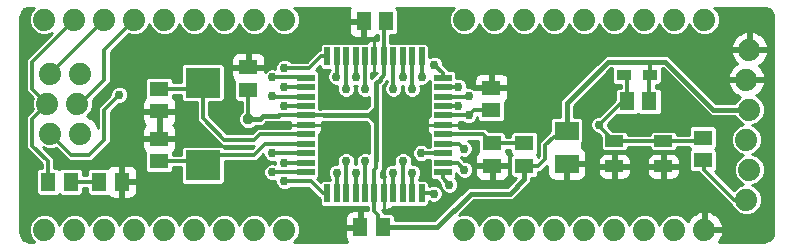
<source format=gtl>
G75*
G70*
%OFA0B0*%
%FSLAX24Y24*%
%IPPOS*%
%LPD*%
%AMOC8*
5,1,8,0,0,1.08239X$1,22.5*
%
%ADD10R,0.0591X0.0197*%
%ADD11R,0.0197X0.0591*%
%ADD12R,0.0630X0.0512*%
%ADD13R,0.0512X0.0630*%
%ADD14R,0.0787X0.0630*%
%ADD15C,0.0740*%
%ADD16R,0.0500X0.0320*%
%ADD17R,0.0591X0.0394*%
%ADD18R,0.1181X0.0984*%
%ADD19C,0.0376*%
%ADD20C,0.0120*%
%ADD21C,0.0160*%
%ADD22C,0.0100*%
%ADD23C,0.0300*%
D10*
X010867Y003565D03*
X010867Y003880D03*
X010867Y004195D03*
X010867Y004510D03*
X010867Y004825D03*
X010867Y005140D03*
X010867Y005455D03*
X010867Y005770D03*
X010867Y006085D03*
X010867Y006400D03*
X010867Y006715D03*
X015433Y006715D03*
X015433Y006400D03*
X015433Y006085D03*
X015433Y005770D03*
X015433Y005455D03*
X015433Y005140D03*
X015433Y004825D03*
X015433Y004510D03*
X015433Y004195D03*
X015433Y003880D03*
X015433Y003565D03*
D11*
X014725Y002857D03*
X014410Y002857D03*
X014095Y002857D03*
X013780Y002857D03*
X013465Y002857D03*
X013150Y002857D03*
X012835Y002857D03*
X012520Y002857D03*
X012205Y002857D03*
X011890Y002857D03*
X011575Y002857D03*
X011575Y007423D03*
X011890Y007423D03*
X012205Y007423D03*
X012520Y007423D03*
X012835Y007423D03*
X013150Y007423D03*
X013465Y007423D03*
X013780Y007423D03*
X014095Y007423D03*
X014410Y007423D03*
X014725Y007423D03*
D12*
X017050Y006374D03*
X017050Y005626D03*
X017070Y004524D03*
X018150Y004524D03*
X018150Y003776D03*
X017070Y003776D03*
X024090Y003966D03*
X024090Y004714D03*
X008950Y006316D03*
X008950Y007064D03*
X005980Y006344D03*
X005980Y005596D03*
X005980Y004684D03*
X005980Y003936D03*
D13*
X004724Y003250D03*
X003976Y003250D03*
X003024Y003250D03*
X002276Y003250D03*
X012686Y001730D03*
X013434Y001730D03*
X021566Y005920D03*
X022314Y005920D03*
X013544Y008600D03*
X012796Y008600D03*
D14*
X019560Y004951D03*
X019560Y003849D03*
D15*
X019150Y001650D03*
X018150Y001650D03*
X017150Y001650D03*
X016150Y001650D03*
X020150Y001650D03*
X021150Y001650D03*
X022150Y001650D03*
X023150Y001650D03*
X024150Y001650D03*
X025550Y002650D03*
X025650Y003650D03*
X025550Y004650D03*
X025650Y005650D03*
X025550Y006650D03*
X025650Y007650D03*
X024150Y008650D03*
X023150Y008650D03*
X022150Y008650D03*
X021150Y008650D03*
X020150Y008650D03*
X019150Y008650D03*
X018150Y008650D03*
X017150Y008650D03*
X016150Y008650D03*
X010150Y008650D03*
X009150Y008650D03*
X008150Y008650D03*
X007150Y008650D03*
X006150Y008650D03*
X005150Y008650D03*
X004150Y008650D03*
X003150Y008650D03*
X002150Y008650D03*
X002350Y006850D03*
X003350Y006850D03*
X003250Y005850D03*
X002250Y005850D03*
X002350Y004850D03*
X003350Y004850D03*
X003150Y001650D03*
X004150Y001650D03*
X005150Y001650D03*
X006150Y001650D03*
X007150Y001650D03*
X008150Y001650D03*
X009150Y001650D03*
X010150Y001650D03*
X002150Y001650D03*
D16*
X021460Y006790D03*
X022340Y006790D03*
D17*
X022777Y004603D03*
X021143Y004603D03*
X021143Y003757D03*
X022777Y003757D03*
D18*
X007430Y003792D03*
X007430Y006548D03*
D19*
X008950Y005330D03*
X004650Y004640D03*
X004650Y004140D03*
X011150Y001650D03*
X011650Y001650D03*
X013650Y005150D03*
X014150Y005150D03*
X018150Y005650D03*
X018650Y005650D03*
D20*
X019380Y005131D02*
X019560Y004951D01*
X019359Y004750D01*
X019120Y004750D01*
X018840Y004470D01*
X018840Y004000D01*
X018616Y003776D01*
X018150Y003776D01*
X018385Y003776D01*
X018150Y004524D02*
X017070Y004524D01*
X016769Y004825D01*
X015433Y004825D01*
X015433Y004510D02*
X015970Y004510D01*
X016130Y004350D01*
X015433Y004195D02*
X014715Y004195D01*
X014710Y004200D01*
X014100Y003930D02*
X014095Y003925D01*
X014095Y002857D01*
X014410Y002857D02*
X014410Y003540D01*
X014400Y003550D01*
X013780Y003540D02*
X013770Y003550D01*
X013780Y003540D02*
X013780Y002857D01*
X013150Y002857D02*
X013150Y002650D01*
X013150Y002270D01*
X013270Y002150D01*
X013270Y001894D01*
X013434Y001730D01*
X013150Y002650D02*
X013140Y002660D01*
X013150Y002857D02*
X013150Y003650D01*
X013210Y003710D01*
X013210Y003970D01*
X012835Y003925D02*
X012830Y003930D01*
X012835Y003925D02*
X012835Y002857D01*
X012520Y002857D02*
X012520Y003550D01*
X012520Y003550D01*
X011890Y003550D02*
X011890Y003550D01*
X011890Y002857D01*
X012205Y002857D02*
X012205Y003925D01*
X012200Y003930D01*
X010867Y003880D02*
X010150Y003880D01*
X010150Y003880D01*
X009755Y003565D02*
X009750Y003560D01*
X009755Y003565D02*
X010867Y003565D01*
X011040Y003260D02*
X010150Y003260D01*
X011040Y003260D02*
X011443Y002857D01*
X011575Y002857D01*
X014725Y002857D02*
X015113Y002857D01*
X015120Y002850D01*
X015433Y003367D02*
X015650Y003150D01*
X015433Y003367D02*
X015433Y003565D01*
X015433Y003880D02*
X015920Y003880D01*
X016150Y003650D01*
X020650Y005096D02*
X020650Y005150D01*
X021420Y005920D01*
X021566Y005920D01*
X021566Y006684D01*
X021460Y006790D01*
X022314Y006764D02*
X022314Y005920D01*
X022314Y006764D02*
X022340Y006790D01*
X022350Y006800D01*
X022350Y007250D01*
X017050Y005626D02*
X016456Y005626D01*
X016290Y005460D01*
X016285Y005455D01*
X015433Y005455D01*
X015433Y005770D02*
X015950Y005770D01*
X015950Y005770D01*
X016285Y006085D02*
X015433Y006085D01*
X015433Y006400D02*
X015940Y006400D01*
X015950Y006410D01*
X016285Y006085D02*
X016290Y006090D01*
X015433Y006715D02*
X015433Y006867D01*
X015150Y007150D01*
X014725Y007423D02*
X014725Y006755D01*
X014720Y006750D01*
X014100Y006750D02*
X014095Y006755D01*
X014095Y007423D01*
X014410Y007423D02*
X014410Y006360D01*
X014400Y006350D01*
X013780Y006350D02*
X013780Y006350D01*
X013780Y007423D01*
X013465Y007423D02*
X013465Y008349D01*
X013544Y008600D01*
X013465Y007423D02*
X013460Y007419D01*
X013460Y006790D01*
X013320Y006650D01*
X012840Y006350D02*
X012835Y006355D01*
X012835Y007423D01*
X012520Y007423D02*
X012520Y006750D01*
X012520Y006750D01*
X011890Y006760D02*
X011880Y006750D01*
X011890Y006760D02*
X011890Y007423D01*
X012200Y007418D02*
X012200Y006350D01*
X010867Y006400D02*
X010150Y006400D01*
X010150Y006400D01*
X009755Y006085D02*
X009750Y006090D01*
X009755Y006085D02*
X010867Y006085D01*
X010866Y005770D02*
X010150Y005770D01*
X010866Y005770D02*
X010867Y005770D01*
X010872Y005460D02*
X011470Y005460D01*
X010872Y005460D02*
X010867Y005455D01*
X009955Y005455D01*
X009950Y005450D01*
X008950Y005330D02*
X008950Y006316D01*
X009750Y006720D02*
X010861Y006720D01*
X010867Y006715D01*
X010980Y007040D02*
X010150Y007040D01*
X010980Y007040D02*
X011360Y007420D01*
X011572Y007420D01*
X011575Y007423D01*
X012200Y007418D02*
X012205Y007423D01*
X007430Y006548D02*
X007226Y006344D01*
X005980Y006344D01*
X004650Y006150D02*
X004150Y005650D01*
X004150Y004650D01*
X003650Y004150D01*
X003050Y004150D01*
X002350Y004850D01*
X001750Y004450D02*
X002276Y003924D01*
X002276Y003250D01*
X003024Y003250D02*
X003976Y003250D01*
X005980Y003936D02*
X007286Y003936D01*
X007430Y003792D01*
X007650Y004012D01*
X007650Y004150D01*
X009150Y004150D01*
X009510Y004510D01*
X010867Y004510D01*
X010867Y004195D02*
X009755Y004195D01*
X009750Y004200D01*
X009150Y004650D02*
X008150Y004650D01*
X007430Y005370D01*
X007430Y006548D01*
X005150Y008650D02*
X004150Y007650D01*
X004150Y006650D01*
X003350Y005850D01*
X003250Y005850D01*
X002250Y005850D02*
X001750Y005350D01*
X001750Y004450D01*
X002250Y005850D02*
X001750Y006350D01*
X001750Y007250D01*
X003150Y008650D01*
X004150Y008650D02*
X002350Y006850D01*
X009150Y004650D02*
X009325Y004825D01*
X010867Y004825D01*
X020650Y005096D02*
X021143Y004603D01*
X022777Y004603D01*
X023889Y004603D01*
X023949Y004663D01*
X024090Y004714D01*
X024090Y003966D02*
X024150Y003906D01*
X024150Y003650D01*
X025150Y002650D01*
X025550Y002650D01*
D21*
X019589Y004980D02*
X019560Y004951D01*
X019580Y004971D01*
X019580Y005880D01*
X020950Y007250D01*
X022350Y007250D01*
X022850Y007250D01*
X024450Y005650D01*
X025650Y005650D01*
X018170Y003756D02*
X018150Y003776D01*
X018150Y003320D01*
X017680Y002850D01*
X016360Y002850D01*
X015240Y001730D01*
X013434Y001730D01*
X013210Y003970D02*
X013210Y005220D01*
X012970Y005460D01*
X013210Y005700D01*
X013210Y006540D01*
X013320Y006650D01*
X013210Y005700D02*
X013210Y005450D01*
X013200Y005460D01*
X012970Y005460D01*
X011470Y005460D01*
X009950Y005450D02*
X009450Y005450D01*
X009330Y005330D01*
X008950Y005330D01*
X013210Y005220D02*
X013210Y005450D01*
D22*
X001483Y001301D02*
X001401Y001383D01*
X001356Y001491D01*
X001350Y001550D01*
X001350Y008750D01*
X001356Y008809D01*
X001401Y008917D01*
X001483Y008999D01*
X001591Y009044D01*
X001650Y009050D01*
X001815Y009050D01*
X001709Y008945D01*
X001630Y008753D01*
X001630Y008547D01*
X001709Y008355D01*
X001855Y008209D01*
X002047Y008130D01*
X002253Y008130D01*
X002389Y008186D01*
X001663Y007460D01*
X001540Y007337D01*
X001540Y006263D01*
X001765Y006038D01*
X001730Y005953D01*
X001730Y005747D01*
X001765Y005662D01*
X001663Y005560D01*
X001540Y005437D01*
X001540Y004363D01*
X002066Y003837D01*
X002066Y003715D01*
X001958Y003715D01*
X001870Y003627D01*
X001870Y002873D01*
X001958Y002785D01*
X002594Y002785D01*
X002650Y002841D01*
X002706Y002785D01*
X003342Y002785D01*
X003430Y002873D01*
X003430Y003040D01*
X003570Y003040D01*
X003570Y002873D01*
X003658Y002785D01*
X004268Y002785D01*
X004274Y002776D01*
X004309Y002741D01*
X004350Y002713D01*
X004395Y002695D01*
X004443Y002685D01*
X004674Y002685D01*
X004674Y003200D01*
X004774Y003200D01*
X004774Y002685D01*
X005005Y002685D01*
X005053Y002695D01*
X005098Y002713D01*
X005139Y002741D01*
X005174Y002776D01*
X005201Y002817D01*
X005220Y002862D01*
X005230Y002910D01*
X005230Y003200D01*
X004774Y003200D01*
X004774Y003300D01*
X004674Y003300D01*
X004674Y003815D01*
X004443Y003815D01*
X004395Y003805D01*
X004350Y003787D01*
X004309Y003759D01*
X004274Y003724D01*
X004268Y003715D01*
X003658Y003715D01*
X003570Y003627D01*
X003570Y003460D01*
X003430Y003460D01*
X003430Y003627D01*
X003342Y003715D01*
X002706Y003715D01*
X002650Y003659D01*
X002594Y003715D01*
X002486Y003715D01*
X002486Y004011D01*
X002363Y004134D01*
X002111Y004386D01*
X002247Y004330D01*
X002453Y004330D01*
X002538Y004365D01*
X002840Y004063D01*
X002963Y003940D01*
X003737Y003940D01*
X004237Y004440D01*
X004360Y004563D01*
X004360Y005563D01*
X004647Y005850D01*
X004710Y005850D01*
X004820Y005896D01*
X004904Y005980D01*
X004950Y006090D01*
X004950Y006210D01*
X004904Y006320D01*
X004820Y006404D01*
X004710Y006450D01*
X004590Y006450D01*
X004480Y006404D01*
X004396Y006320D01*
X004350Y006210D01*
X004350Y006147D01*
X003940Y005737D01*
X003940Y005041D01*
X003925Y005088D01*
X003880Y005175D01*
X003823Y005254D01*
X003754Y005323D01*
X003675Y005380D01*
X003588Y005425D01*
X003567Y005431D01*
X003691Y005555D01*
X003770Y005747D01*
X003770Y005953D01*
X003764Y005967D01*
X004360Y006563D01*
X004360Y007563D01*
X004962Y008165D01*
X005047Y008130D01*
X005253Y008130D01*
X005445Y008209D01*
X005591Y008355D01*
X005650Y008498D01*
X005709Y008355D01*
X005855Y008209D01*
X006047Y008130D01*
X006253Y008130D01*
X006445Y008209D01*
X006591Y008355D01*
X006650Y008498D01*
X006709Y008355D01*
X006855Y008209D01*
X007047Y008130D01*
X007253Y008130D01*
X007445Y008209D01*
X007591Y008355D01*
X007650Y008498D01*
X007709Y008355D01*
X007855Y008209D01*
X008047Y008130D01*
X008253Y008130D01*
X008445Y008209D01*
X008591Y008355D01*
X008650Y008498D01*
X008709Y008355D01*
X008855Y008209D01*
X009047Y008130D01*
X009253Y008130D01*
X009445Y008209D01*
X009591Y008355D01*
X009650Y008498D01*
X009709Y008355D01*
X009855Y008209D01*
X010047Y008130D01*
X010253Y008130D01*
X010445Y008209D01*
X010591Y008355D01*
X010670Y008547D01*
X010670Y008753D01*
X010591Y008945D01*
X010485Y009050D01*
X012330Y009050D01*
X012319Y009033D01*
X012300Y008988D01*
X012290Y008940D01*
X012290Y008650D01*
X012746Y008650D01*
X012746Y008550D01*
X012846Y008550D01*
X012846Y008035D01*
X013077Y008035D01*
X013125Y008045D01*
X013170Y008063D01*
X013211Y008091D01*
X013246Y008126D01*
X013252Y008135D01*
X013255Y008135D01*
X013255Y007969D01*
X013150Y007969D01*
X013027Y007969D01*
X012979Y007959D01*
X012933Y007940D01*
X012892Y007913D01*
X012857Y007878D01*
X012851Y007869D01*
X011415Y007869D01*
X011327Y007781D01*
X011327Y007630D01*
X011273Y007630D01*
X011150Y007507D01*
X010893Y007250D01*
X010364Y007250D01*
X010320Y007294D01*
X010210Y007340D01*
X010090Y007340D01*
X009980Y007294D01*
X009896Y007210D01*
X009850Y007100D01*
X009850Y007003D01*
X009810Y007020D01*
X009690Y007020D01*
X009580Y006974D01*
X009515Y006909D01*
X009515Y007014D01*
X009000Y007014D01*
X009000Y007114D01*
X009515Y007114D01*
X009515Y007345D01*
X009505Y007393D01*
X009487Y007438D01*
X009459Y007479D01*
X009424Y007514D01*
X009383Y007541D01*
X009338Y007560D01*
X009290Y007570D01*
X009000Y007570D01*
X009000Y007114D01*
X008900Y007114D01*
X008900Y007014D01*
X008385Y007014D01*
X008385Y006783D01*
X008395Y006735D01*
X008413Y006690D01*
X008441Y006649D01*
X008476Y006614D01*
X008485Y006608D01*
X008485Y005998D01*
X008573Y005910D01*
X008740Y005910D01*
X008740Y005598D01*
X008663Y005522D01*
X008612Y005397D01*
X008612Y005263D01*
X008663Y005138D01*
X008758Y005043D01*
X008883Y004992D01*
X009017Y004992D01*
X009142Y005043D01*
X009198Y005100D01*
X009425Y005100D01*
X009545Y005220D01*
X010045Y005220D01*
X010070Y005245D01*
X010321Y005245D01*
X010321Y005140D01*
X010321Y005035D01*
X009238Y005035D01*
X009063Y004860D01*
X008237Y004860D01*
X007640Y005457D01*
X007640Y005906D01*
X008083Y005906D01*
X008171Y005994D01*
X008171Y007102D01*
X008083Y007190D01*
X006777Y007190D01*
X006689Y007102D01*
X006689Y006554D01*
X006445Y006554D01*
X006445Y006662D01*
X006357Y006750D01*
X005603Y006750D01*
X005515Y006662D01*
X005515Y006052D01*
X005506Y006046D01*
X005471Y006011D01*
X005443Y005970D01*
X005425Y005925D01*
X005415Y005877D01*
X005415Y005646D01*
X005930Y005646D01*
X005930Y005546D01*
X005415Y005546D01*
X005415Y005315D01*
X005425Y005267D01*
X005443Y005222D01*
X005471Y005181D01*
X005506Y005146D01*
X005514Y005140D01*
X005506Y005134D01*
X005471Y005099D01*
X005443Y005058D01*
X005425Y005013D01*
X005415Y004965D01*
X005415Y004734D01*
X005930Y004734D01*
X005930Y004634D01*
X005415Y004634D01*
X005415Y004403D01*
X005425Y004355D01*
X005443Y004310D01*
X005471Y004269D01*
X005506Y004234D01*
X005515Y004228D01*
X005515Y003618D01*
X005603Y003530D01*
X006357Y003530D01*
X006445Y003618D01*
X006445Y003726D01*
X006689Y003726D01*
X006689Y003238D01*
X006777Y003150D01*
X008083Y003150D01*
X008171Y003238D01*
X008171Y003940D01*
X009237Y003940D01*
X009360Y004063D01*
X009450Y004153D01*
X009450Y004140D01*
X009496Y004030D01*
X009580Y003946D01*
X009690Y003900D01*
X009810Y003900D01*
X009850Y003917D01*
X009850Y003843D01*
X009810Y003860D01*
X009690Y003860D01*
X009580Y003814D01*
X009496Y003730D01*
X009450Y003620D01*
X009450Y003500D01*
X009496Y003390D01*
X009580Y003306D01*
X009690Y003260D01*
X009810Y003260D01*
X009850Y003277D01*
X009850Y003200D01*
X009896Y003090D01*
X009980Y003006D01*
X010090Y002960D01*
X010210Y002960D01*
X010320Y003006D01*
X010364Y003050D01*
X010953Y003050D01*
X011327Y002676D01*
X011327Y002499D01*
X011415Y002411D01*
X012940Y002411D01*
X012940Y002295D01*
X012736Y002295D01*
X012736Y001780D01*
X012636Y001780D01*
X012636Y002295D01*
X012405Y002295D01*
X012357Y002285D01*
X012312Y002267D01*
X012271Y002239D01*
X012236Y002204D01*
X012209Y002163D01*
X012190Y002118D01*
X012180Y002070D01*
X012180Y001780D01*
X012636Y001780D01*
X012636Y001680D01*
X012180Y001680D01*
X012180Y001390D01*
X012190Y001342D01*
X012209Y001297D01*
X012236Y001256D01*
X012242Y001250D01*
X010485Y001250D01*
X010591Y001355D01*
X010670Y001547D01*
X010670Y001753D01*
X010591Y001945D01*
X010445Y002091D01*
X010253Y002170D01*
X010047Y002170D01*
X009855Y002091D01*
X009709Y001945D01*
X009650Y001802D01*
X009591Y001945D01*
X009445Y002091D01*
X009253Y002170D01*
X009047Y002170D01*
X008855Y002091D01*
X008709Y001945D01*
X008650Y001802D01*
X008591Y001945D01*
X008445Y002091D01*
X008253Y002170D01*
X008047Y002170D01*
X007855Y002091D01*
X007709Y001945D01*
X007650Y001802D01*
X007591Y001945D01*
X007445Y002091D01*
X007253Y002170D01*
X007047Y002170D01*
X006855Y002091D01*
X006709Y001945D01*
X006650Y001802D01*
X006591Y001945D01*
X006445Y002091D01*
X006253Y002170D01*
X006047Y002170D01*
X005855Y002091D01*
X005709Y001945D01*
X005650Y001802D01*
X005591Y001945D01*
X005445Y002091D01*
X005253Y002170D01*
X005047Y002170D01*
X004855Y002091D01*
X004709Y001945D01*
X004650Y001802D01*
X004591Y001945D01*
X004445Y002091D01*
X004253Y002170D01*
X004047Y002170D01*
X003855Y002091D01*
X003709Y001945D01*
X003650Y001802D01*
X003591Y001945D01*
X003445Y002091D01*
X003253Y002170D01*
X003047Y002170D01*
X002855Y002091D01*
X002709Y001945D01*
X002650Y001802D01*
X002591Y001945D01*
X002445Y002091D01*
X002253Y002170D01*
X002047Y002170D01*
X001855Y002091D01*
X001709Y001945D01*
X001630Y001753D01*
X001630Y001547D01*
X001709Y001355D01*
X001815Y001250D01*
X001650Y001250D01*
X001591Y001256D01*
X001483Y001301D01*
X001437Y001347D02*
X001718Y001347D01*
X001672Y001446D02*
X001375Y001446D01*
X001351Y001544D02*
X001631Y001544D01*
X001630Y001643D02*
X001350Y001643D01*
X001350Y001741D02*
X001630Y001741D01*
X001666Y001840D02*
X001350Y001840D01*
X001350Y001938D02*
X001706Y001938D01*
X001801Y002037D02*
X001350Y002037D01*
X001350Y002135D02*
X001962Y002135D01*
X002338Y002135D02*
X002962Y002135D01*
X002801Y002037D02*
X002499Y002037D01*
X002594Y001938D02*
X002706Y001938D01*
X002666Y001840D02*
X002634Y001840D01*
X003338Y002135D02*
X003962Y002135D01*
X003801Y002037D02*
X003499Y002037D01*
X003594Y001938D02*
X003706Y001938D01*
X003666Y001840D02*
X003634Y001840D01*
X004338Y002135D02*
X004962Y002135D01*
X004801Y002037D02*
X004499Y002037D01*
X004594Y001938D02*
X004706Y001938D01*
X004666Y001840D02*
X004634Y001840D01*
X005338Y002135D02*
X005962Y002135D01*
X005801Y002037D02*
X005499Y002037D01*
X005594Y001938D02*
X005706Y001938D01*
X005666Y001840D02*
X005634Y001840D01*
X006338Y002135D02*
X006962Y002135D01*
X006801Y002037D02*
X006499Y002037D01*
X006594Y001938D02*
X006706Y001938D01*
X006666Y001840D02*
X006634Y001840D01*
X007338Y002135D02*
X007962Y002135D01*
X007801Y002037D02*
X007499Y002037D01*
X007594Y001938D02*
X007706Y001938D01*
X007666Y001840D02*
X007634Y001840D01*
X008338Y002135D02*
X008962Y002135D01*
X008801Y002037D02*
X008499Y002037D01*
X008594Y001938D02*
X008706Y001938D01*
X008666Y001840D02*
X008634Y001840D01*
X009338Y002135D02*
X009962Y002135D01*
X009801Y002037D02*
X009499Y002037D01*
X009594Y001938D02*
X009706Y001938D01*
X009666Y001840D02*
X009634Y001840D01*
X010338Y002135D02*
X012197Y002135D01*
X012180Y002037D02*
X010499Y002037D01*
X010594Y001938D02*
X012180Y001938D01*
X012180Y001840D02*
X010634Y001840D01*
X010670Y001741D02*
X012636Y001741D01*
X012636Y001840D02*
X012736Y001840D01*
X012736Y001938D02*
X012636Y001938D01*
X012636Y002037D02*
X012736Y002037D01*
X012736Y002135D02*
X012636Y002135D01*
X012636Y002234D02*
X012736Y002234D01*
X012940Y002332D02*
X001350Y002332D01*
X001350Y002234D02*
X012265Y002234D01*
X011395Y002431D02*
X001350Y002431D01*
X001350Y002529D02*
X011327Y002529D01*
X011327Y002628D02*
X001350Y002628D01*
X001350Y002726D02*
X004331Y002726D01*
X004674Y002726D02*
X004774Y002726D01*
X004774Y002825D02*
X004674Y002825D01*
X004674Y002923D02*
X004774Y002923D01*
X004774Y003022D02*
X004674Y003022D01*
X004674Y003120D02*
X004774Y003120D01*
X004774Y003219D02*
X006709Y003219D01*
X006689Y003317D02*
X005230Y003317D01*
X005230Y003300D02*
X005230Y003590D01*
X005220Y003638D01*
X005201Y003683D01*
X005174Y003724D01*
X005139Y003759D01*
X005098Y003787D01*
X005053Y003805D01*
X005005Y003815D01*
X004774Y003815D01*
X004774Y003300D01*
X005230Y003300D01*
X005230Y003416D02*
X006689Y003416D01*
X006689Y003514D02*
X005230Y003514D01*
X005225Y003613D02*
X005520Y003613D01*
X005515Y003711D02*
X005183Y003711D01*
X005032Y003810D02*
X005515Y003810D01*
X005515Y003908D02*
X002486Y003908D01*
X002486Y003810D02*
X004416Y003810D01*
X004674Y003810D02*
X004774Y003810D01*
X004774Y003711D02*
X004674Y003711D01*
X004674Y003613D02*
X004774Y003613D01*
X004774Y003514D02*
X004674Y003514D01*
X004674Y003416D02*
X004774Y003416D01*
X004774Y003317D02*
X004674Y003317D01*
X005230Y003120D02*
X009883Y003120D01*
X009850Y003219D02*
X008151Y003219D01*
X008171Y003317D02*
X009569Y003317D01*
X009485Y003416D02*
X008171Y003416D01*
X008171Y003514D02*
X009450Y003514D01*
X009450Y003613D02*
X008171Y003613D01*
X008171Y003711D02*
X009488Y003711D01*
X009575Y003810D02*
X008171Y003810D01*
X008171Y003908D02*
X009671Y003908D01*
X009829Y003908D02*
X009850Y003908D01*
X009519Y004007D02*
X009303Y004007D01*
X009402Y004105D02*
X009465Y004105D01*
X009143Y004440D02*
X009063Y004360D01*
X008157Y004360D01*
X008083Y004434D01*
X006777Y004434D01*
X006689Y004346D01*
X006689Y004146D01*
X006445Y004146D01*
X006445Y004228D01*
X006454Y004234D01*
X006489Y004269D01*
X006517Y004310D01*
X006535Y004355D01*
X006545Y004403D01*
X006545Y004634D01*
X006030Y004634D01*
X006030Y004734D01*
X006545Y004734D01*
X006545Y004965D01*
X006535Y005013D01*
X006517Y005058D01*
X006489Y005099D01*
X006454Y005134D01*
X006446Y005140D01*
X006454Y005146D01*
X006489Y005181D01*
X006517Y005222D01*
X006535Y005267D01*
X006545Y005315D01*
X006545Y005546D01*
X006030Y005546D01*
X006030Y005646D01*
X006545Y005646D01*
X006545Y005877D01*
X006535Y005925D01*
X006517Y005970D01*
X006489Y006011D01*
X006454Y006046D01*
X006445Y006052D01*
X006445Y006134D01*
X006689Y006134D01*
X006689Y005994D01*
X006777Y005906D01*
X007220Y005906D01*
X007220Y005283D01*
X007343Y005160D01*
X008063Y004440D01*
X009143Y004440D01*
X009104Y004401D02*
X008116Y004401D01*
X008004Y004499D02*
X006545Y004499D01*
X006544Y004401D02*
X006744Y004401D01*
X006689Y004302D02*
X006511Y004302D01*
X006445Y004204D02*
X006689Y004204D01*
X006545Y004598D02*
X007906Y004598D01*
X007807Y004696D02*
X006030Y004696D01*
X006030Y004734D02*
X005930Y004734D01*
X005930Y005190D01*
X005930Y005546D01*
X006030Y005546D01*
X006030Y004734D01*
X006030Y004795D02*
X005930Y004795D01*
X005930Y004893D02*
X006030Y004893D01*
X006030Y004992D02*
X005930Y004992D01*
X005930Y005090D02*
X006030Y005090D01*
X006030Y005189D02*
X005930Y005189D01*
X005930Y005287D02*
X006030Y005287D01*
X006030Y005386D02*
X005930Y005386D01*
X005930Y005484D02*
X006030Y005484D01*
X006030Y005583D02*
X007220Y005583D01*
X007220Y005681D02*
X006545Y005681D01*
X006545Y005780D02*
X007220Y005780D01*
X007220Y005878D02*
X006545Y005878D01*
X006512Y005977D02*
X006707Y005977D01*
X006689Y006075D02*
X006445Y006075D01*
X005515Y006075D02*
X004944Y006075D01*
X004950Y006174D02*
X005515Y006174D01*
X005515Y006272D02*
X004924Y006272D01*
X004854Y006371D02*
X005515Y006371D01*
X005515Y006469D02*
X004266Y006469D01*
X004360Y006568D02*
X005515Y006568D01*
X005519Y006666D02*
X004360Y006666D01*
X004360Y006765D02*
X006689Y006765D01*
X006689Y006863D02*
X004360Y006863D01*
X004360Y006962D02*
X006689Y006962D01*
X006689Y007060D02*
X004360Y007060D01*
X004360Y007159D02*
X006746Y007159D01*
X006689Y006666D02*
X006441Y006666D01*
X006445Y006568D02*
X006689Y006568D01*
X005448Y005977D02*
X004901Y005977D01*
X004777Y005878D02*
X005415Y005878D01*
X005415Y005780D02*
X004576Y005780D01*
X004478Y005681D02*
X005415Y005681D01*
X005930Y005583D02*
X004379Y005583D01*
X004360Y005484D02*
X005415Y005484D01*
X005415Y005386D02*
X004360Y005386D01*
X004360Y005287D02*
X005421Y005287D01*
X005466Y005189D02*
X004360Y005189D01*
X004360Y005090D02*
X005465Y005090D01*
X005420Y004992D02*
X004360Y004992D01*
X004360Y004893D02*
X005415Y004893D01*
X005415Y004795D02*
X004360Y004795D01*
X004360Y004696D02*
X005930Y004696D01*
X005415Y004598D02*
X004360Y004598D01*
X004296Y004499D02*
X005415Y004499D01*
X005416Y004401D02*
X004197Y004401D01*
X004099Y004302D02*
X005449Y004302D01*
X005515Y004204D02*
X004000Y004204D01*
X003902Y004105D02*
X005515Y004105D01*
X005515Y004007D02*
X003803Y004007D01*
X003654Y003711D02*
X003346Y003711D01*
X003430Y003613D02*
X003570Y003613D01*
X003570Y003514D02*
X003430Y003514D01*
X002702Y003711D02*
X002598Y003711D01*
X002486Y004007D02*
X002897Y004007D01*
X002798Y004105D02*
X002392Y004105D01*
X002293Y004204D02*
X002700Y004204D01*
X002601Y004302D02*
X002195Y004302D01*
X001700Y004204D02*
X001350Y004204D01*
X001350Y004302D02*
X001601Y004302D01*
X001540Y004401D02*
X001350Y004401D01*
X001350Y004499D02*
X001540Y004499D01*
X001540Y004598D02*
X001350Y004598D01*
X001350Y004696D02*
X001540Y004696D01*
X001540Y004795D02*
X001350Y004795D01*
X001350Y004893D02*
X001540Y004893D01*
X001540Y004992D02*
X001350Y004992D01*
X001350Y005090D02*
X001540Y005090D01*
X001540Y005189D02*
X001350Y005189D01*
X001350Y005287D02*
X001540Y005287D01*
X001540Y005386D02*
X001350Y005386D01*
X001350Y005484D02*
X001587Y005484D01*
X001663Y005560D02*
X001663Y005560D01*
X001686Y005583D02*
X001350Y005583D01*
X001350Y005681D02*
X001757Y005681D01*
X001730Y005780D02*
X001350Y005780D01*
X001350Y005878D02*
X001730Y005878D01*
X001740Y005977D02*
X001350Y005977D01*
X001350Y006075D02*
X001728Y006075D01*
X001630Y006174D02*
X001350Y006174D01*
X001350Y006272D02*
X001540Y006272D01*
X001540Y006371D02*
X001350Y006371D01*
X001350Y006469D02*
X001540Y006469D01*
X001540Y006568D02*
X001350Y006568D01*
X001350Y006666D02*
X001540Y006666D01*
X001540Y006765D02*
X001350Y006765D01*
X001350Y006863D02*
X001540Y006863D01*
X001540Y006962D02*
X001350Y006962D01*
X001350Y007060D02*
X001540Y007060D01*
X001540Y007159D02*
X001350Y007159D01*
X001350Y007257D02*
X001540Y007257D01*
X001559Y007356D02*
X001350Y007356D01*
X001350Y007454D02*
X001657Y007454D01*
X001756Y007553D02*
X001350Y007553D01*
X001350Y007651D02*
X001854Y007651D01*
X001953Y007750D02*
X001350Y007750D01*
X001350Y007848D02*
X002051Y007848D01*
X002150Y007947D02*
X001350Y007947D01*
X001350Y008045D02*
X002248Y008045D01*
X002286Y008144D02*
X002347Y008144D01*
X002014Y008144D02*
X001350Y008144D01*
X001350Y008242D02*
X001823Y008242D01*
X001724Y008341D02*
X001350Y008341D01*
X001350Y008439D02*
X001675Y008439D01*
X001634Y008538D02*
X001350Y008538D01*
X001350Y008636D02*
X001630Y008636D01*
X001630Y008735D02*
X001350Y008735D01*
X001366Y008833D02*
X001663Y008833D01*
X001704Y008932D02*
X001415Y008932D01*
X001557Y009030D02*
X001795Y009030D01*
X004744Y007947D02*
X012948Y007947D01*
X012846Y008045D02*
X012746Y008045D01*
X012746Y008035D02*
X012746Y008550D01*
X012290Y008550D01*
X012290Y008260D01*
X012300Y008212D01*
X012319Y008167D01*
X012346Y008126D01*
X012381Y008091D01*
X012422Y008063D01*
X012467Y008045D01*
X012515Y008035D01*
X012746Y008035D01*
X012746Y008144D02*
X012846Y008144D01*
X012846Y008242D02*
X012746Y008242D01*
X012746Y008341D02*
X012846Y008341D01*
X012846Y008439D02*
X012746Y008439D01*
X012746Y008538D02*
X012846Y008538D01*
X012746Y008636D02*
X010670Y008636D01*
X010670Y008735D02*
X012290Y008735D01*
X012290Y008833D02*
X010637Y008833D01*
X010596Y008932D02*
X012290Y008932D01*
X012317Y009030D02*
X010505Y009030D01*
X010666Y008538D02*
X012290Y008538D01*
X012290Y008439D02*
X010625Y008439D01*
X010576Y008341D02*
X012290Y008341D01*
X012294Y008242D02*
X010477Y008242D01*
X010286Y008144D02*
X012334Y008144D01*
X012466Y008045D02*
X004842Y008045D01*
X004941Y008144D02*
X005014Y008144D01*
X005286Y008144D02*
X006014Y008144D01*
X005823Y008242D02*
X005477Y008242D01*
X005576Y008341D02*
X005724Y008341D01*
X005675Y008439D02*
X005625Y008439D01*
X006286Y008144D02*
X007014Y008144D01*
X006823Y008242D02*
X006477Y008242D01*
X006576Y008341D02*
X006724Y008341D01*
X006675Y008439D02*
X006625Y008439D01*
X007286Y008144D02*
X008014Y008144D01*
X007823Y008242D02*
X007477Y008242D01*
X007576Y008341D02*
X007724Y008341D01*
X007675Y008439D02*
X007625Y008439D01*
X008286Y008144D02*
X009014Y008144D01*
X008823Y008242D02*
X008477Y008242D01*
X008576Y008341D02*
X008724Y008341D01*
X008675Y008439D02*
X008625Y008439D01*
X009286Y008144D02*
X010014Y008144D01*
X009823Y008242D02*
X009477Y008242D01*
X009576Y008341D02*
X009724Y008341D01*
X009675Y008439D02*
X009625Y008439D01*
X011327Y007750D02*
X004546Y007750D01*
X004448Y007651D02*
X011327Y007651D01*
X011196Y007553D02*
X009357Y007553D01*
X009476Y007454D02*
X011097Y007454D01*
X010999Y007356D02*
X009513Y007356D01*
X009515Y007257D02*
X009943Y007257D01*
X009874Y007159D02*
X009515Y007159D01*
X009850Y007060D02*
X009000Y007060D01*
X009000Y007159D02*
X008900Y007159D01*
X008900Y007114D02*
X008900Y007570D01*
X008610Y007570D01*
X008562Y007560D01*
X008517Y007541D01*
X008476Y007514D01*
X008441Y007479D01*
X008413Y007438D01*
X008395Y007393D01*
X008385Y007345D01*
X008385Y007114D01*
X008900Y007114D01*
X008900Y007060D02*
X008171Y007060D01*
X008171Y006962D02*
X008385Y006962D01*
X008385Y006863D02*
X008171Y006863D01*
X008171Y006765D02*
X008389Y006765D01*
X008429Y006666D02*
X008171Y006666D01*
X008171Y006568D02*
X008485Y006568D01*
X008485Y006469D02*
X008171Y006469D01*
X008171Y006371D02*
X008485Y006371D01*
X008485Y006272D02*
X008171Y006272D01*
X008171Y006174D02*
X008485Y006174D01*
X008485Y006075D02*
X008171Y006075D01*
X008153Y005977D02*
X008506Y005977D01*
X008740Y005878D02*
X007640Y005878D01*
X007640Y005780D02*
X008740Y005780D01*
X008740Y005681D02*
X007640Y005681D01*
X007640Y005583D02*
X008724Y005583D01*
X008648Y005484D02*
X007640Y005484D01*
X007711Y005386D02*
X008612Y005386D01*
X008612Y005287D02*
X007810Y005287D01*
X007908Y005189D02*
X008643Y005189D01*
X008712Y005090D02*
X008007Y005090D01*
X008105Y004992D02*
X009195Y004992D01*
X009188Y005090D02*
X010321Y005090D01*
X010321Y005140D02*
X010867Y005140D01*
X011412Y005140D01*
X011412Y005230D01*
X012875Y005230D01*
X012980Y005125D01*
X012980Y004193D01*
X012890Y004230D01*
X012770Y004230D01*
X012660Y004184D01*
X012576Y004100D01*
X012530Y003990D01*
X012530Y003870D01*
X012538Y003850D01*
X012492Y003850D01*
X012500Y003870D01*
X012500Y003990D01*
X012454Y004100D01*
X012370Y004184D01*
X012260Y004230D01*
X012140Y004230D01*
X012030Y004184D01*
X011946Y004100D01*
X011900Y003990D01*
X011900Y003870D01*
X011908Y003850D01*
X011830Y003850D01*
X011720Y003804D01*
X011636Y003720D01*
X011590Y003610D01*
X011590Y003490D01*
X011636Y003380D01*
X011680Y003336D01*
X011680Y003302D01*
X011415Y003302D01*
X011355Y003242D01*
X011252Y003345D01*
X011312Y003405D01*
X011312Y004841D01*
X011321Y004847D01*
X011356Y004882D01*
X011383Y004923D01*
X011402Y004969D01*
X011412Y005017D01*
X011412Y005140D01*
X010867Y005140D01*
X010867Y005140D01*
X010867Y005140D01*
X010321Y005140D01*
X010321Y005189D02*
X009514Y005189D01*
X009096Y004893D02*
X008204Y004893D01*
X007709Y004795D02*
X006545Y004795D01*
X006545Y004893D02*
X007610Y004893D01*
X007512Y004992D02*
X006540Y004992D01*
X006495Y005090D02*
X007413Y005090D01*
X007315Y005189D02*
X006494Y005189D01*
X006539Y005287D02*
X007220Y005287D01*
X007220Y005386D02*
X006545Y005386D01*
X006545Y005484D02*
X007220Y005484D01*
X004446Y006371D02*
X004167Y006371D01*
X004069Y006272D02*
X004376Y006272D01*
X004350Y006174D02*
X003970Y006174D01*
X003872Y006075D02*
X004278Y006075D01*
X004180Y005977D02*
X003773Y005977D01*
X003770Y005878D02*
X004081Y005878D01*
X003983Y005780D02*
X003770Y005780D01*
X003743Y005681D02*
X003940Y005681D01*
X003940Y005583D02*
X003702Y005583D01*
X003619Y005484D02*
X003940Y005484D01*
X003940Y005386D02*
X003665Y005386D01*
X003790Y005287D02*
X003940Y005287D01*
X003940Y005189D02*
X003870Y005189D01*
X003924Y005090D02*
X003940Y005090D01*
X001798Y004105D02*
X001350Y004105D01*
X001350Y004007D02*
X001897Y004007D01*
X001995Y003908D02*
X001350Y003908D01*
X001350Y003810D02*
X002066Y003810D01*
X001954Y003711D02*
X001350Y003711D01*
X001350Y003613D02*
X001870Y003613D01*
X001870Y003514D02*
X001350Y003514D01*
X001350Y003416D02*
X001870Y003416D01*
X001870Y003317D02*
X001350Y003317D01*
X001350Y003219D02*
X001870Y003219D01*
X001870Y003120D02*
X001350Y003120D01*
X001350Y003022D02*
X001870Y003022D01*
X001870Y002923D02*
X001350Y002923D01*
X001350Y002825D02*
X001918Y002825D01*
X002633Y002825D02*
X002667Y002825D01*
X003382Y002825D02*
X003618Y002825D01*
X003570Y002923D02*
X003430Y002923D01*
X003430Y003022D02*
X003570Y003022D01*
X005117Y002726D02*
X011277Y002726D01*
X011179Y002825D02*
X005205Y002825D01*
X005230Y002923D02*
X011080Y002923D01*
X010982Y003022D02*
X010336Y003022D01*
X009964Y003022D02*
X005230Y003022D01*
X006440Y003613D02*
X006689Y003613D01*
X006689Y003711D02*
X006445Y003711D01*
X011280Y003317D02*
X011680Y003317D01*
X011621Y003416D02*
X011312Y003416D01*
X011312Y003514D02*
X011590Y003514D01*
X011591Y003613D02*
X011312Y003613D01*
X011312Y003711D02*
X011632Y003711D01*
X011733Y003810D02*
X011312Y003810D01*
X011312Y003908D02*
X011900Y003908D01*
X011907Y004007D02*
X011312Y004007D01*
X011312Y004105D02*
X011951Y004105D01*
X012076Y004204D02*
X011312Y004204D01*
X011312Y004302D02*
X012980Y004302D01*
X012980Y004204D02*
X012954Y004204D01*
X012706Y004204D02*
X012324Y004204D01*
X012449Y004105D02*
X012581Y004105D01*
X012537Y004007D02*
X012493Y004007D01*
X012500Y003908D02*
X012530Y003908D01*
X013420Y003855D02*
X013420Y003623D01*
X013360Y003563D01*
X013360Y003402D01*
X013465Y003402D01*
X013465Y002857D01*
X013465Y003402D01*
X013507Y003402D01*
X013470Y003490D01*
X013470Y003610D01*
X013516Y003720D01*
X013600Y003804D01*
X013710Y003850D01*
X013808Y003850D01*
X013800Y003870D01*
X013800Y003990D01*
X013846Y004100D01*
X013930Y004184D01*
X014040Y004230D01*
X014160Y004230D01*
X014270Y004184D01*
X014354Y004100D01*
X014400Y003990D01*
X014400Y003870D01*
X014392Y003850D01*
X014460Y003850D01*
X014570Y003804D01*
X014654Y003720D01*
X014700Y003610D01*
X014700Y003490D01*
X014654Y003380D01*
X014620Y003346D01*
X014620Y003302D01*
X014885Y003302D01*
X014973Y003214D01*
X014973Y003114D01*
X015060Y003150D01*
X015180Y003150D01*
X015290Y003104D01*
X015374Y003020D01*
X015420Y002910D01*
X015420Y002790D01*
X015374Y002680D01*
X015290Y002596D01*
X015180Y002550D01*
X015060Y002550D01*
X014973Y002586D01*
X014973Y002499D01*
X014885Y002411D01*
X013764Y002411D01*
X013758Y002402D01*
X013723Y002367D01*
X013682Y002340D01*
X013636Y002321D01*
X013588Y002311D01*
X013465Y002311D01*
X013465Y002857D01*
X013465Y002857D01*
X013465Y002857D01*
X013465Y002311D01*
X013406Y002311D01*
X013480Y002237D01*
X013480Y002195D01*
X013752Y002195D01*
X013840Y002107D01*
X013840Y001960D01*
X015145Y001960D01*
X016130Y002945D01*
X016130Y002945D01*
X016265Y003080D01*
X017585Y003080D01*
X017875Y003370D01*
X017773Y003370D01*
X017685Y003458D01*
X017685Y004094D01*
X017741Y004150D01*
X017685Y004206D01*
X017685Y004314D01*
X017535Y004314D01*
X017535Y004232D01*
X017544Y004226D01*
X017579Y004191D01*
X017607Y004150D01*
X017625Y004105D01*
X017696Y004105D01*
X017625Y004105D02*
X017635Y004057D01*
X017635Y003826D01*
X017120Y003826D01*
X017120Y003726D01*
X017635Y003726D01*
X017635Y003495D01*
X017625Y003447D01*
X017607Y003402D01*
X017579Y003361D01*
X017544Y003326D01*
X017503Y003299D01*
X017458Y003280D01*
X017410Y003270D01*
X017120Y003270D01*
X017120Y003726D01*
X017020Y003726D01*
X016505Y003726D01*
X016505Y003495D01*
X016515Y003447D01*
X016533Y003402D01*
X016561Y003361D01*
X016596Y003326D01*
X016637Y003299D01*
X016682Y003280D01*
X016730Y003270D01*
X017020Y003270D01*
X017020Y003726D01*
X017020Y003826D01*
X016505Y003826D01*
X016505Y004057D01*
X016515Y004105D01*
X016309Y004105D01*
X016300Y004096D02*
X016384Y004180D01*
X016430Y004290D01*
X016430Y004410D01*
X016384Y004520D01*
X016300Y004604D01*
X016274Y004615D01*
X016605Y004615D01*
X016605Y004232D01*
X016596Y004226D01*
X016561Y004191D01*
X016533Y004150D01*
X016515Y004105D01*
X016505Y004007D02*
X016090Y004007D01*
X016070Y004050D02*
X016190Y004050D01*
X016300Y004096D01*
X016394Y004204D02*
X016573Y004204D01*
X016605Y004302D02*
X016430Y004302D01*
X016430Y004401D02*
X016605Y004401D01*
X016605Y004499D02*
X016393Y004499D01*
X016307Y004598D02*
X016605Y004598D01*
X016961Y004930D02*
X016856Y005035D01*
X015979Y005035D01*
X015979Y005140D01*
X015979Y005245D01*
X016081Y005245D01*
X016120Y005206D01*
X016230Y005160D01*
X016350Y005160D01*
X016460Y005206D01*
X016544Y005290D01*
X016585Y005388D01*
X016585Y005308D01*
X016673Y005220D01*
X017427Y005220D01*
X017515Y005308D01*
X017515Y005918D01*
X017524Y005924D01*
X017559Y005959D01*
X017587Y006000D01*
X017605Y006045D01*
X017615Y006093D01*
X017615Y006324D01*
X017100Y006324D01*
X017100Y006424D01*
X017615Y006424D01*
X017615Y006655D01*
X017605Y006703D01*
X017587Y006748D01*
X017559Y006789D01*
X017524Y006824D01*
X017483Y006851D01*
X017438Y006870D01*
X017390Y006880D01*
X017100Y006880D01*
X017100Y006424D01*
X017000Y006424D01*
X017000Y006324D01*
X016485Y006324D01*
X016485Y006319D01*
X016460Y006344D01*
X016350Y006390D01*
X016250Y006390D01*
X016250Y006470D01*
X016204Y006580D01*
X016120Y006664D01*
X016010Y006710D01*
X015890Y006710D01*
X015879Y006705D01*
X015879Y006875D01*
X015791Y006963D01*
X015634Y006963D01*
X015450Y007147D01*
X015450Y007210D01*
X015404Y007320D01*
X015320Y007404D01*
X015210Y007450D01*
X015090Y007450D01*
X014980Y007404D01*
X014973Y007397D01*
X014973Y007781D01*
X014885Y007869D01*
X013675Y007869D01*
X013675Y008135D01*
X013862Y008135D01*
X013950Y008223D01*
X013950Y008977D01*
X013877Y009050D01*
X015815Y009050D01*
X015709Y008945D01*
X015630Y008753D01*
X015630Y008547D01*
X015709Y008355D01*
X015855Y008209D01*
X016047Y008130D01*
X016253Y008130D01*
X016445Y008209D01*
X016591Y008355D01*
X016650Y008498D01*
X016709Y008355D01*
X016855Y008209D01*
X017047Y008130D01*
X017253Y008130D01*
X017445Y008209D01*
X017591Y008355D01*
X017650Y008498D01*
X017709Y008355D01*
X017855Y008209D01*
X018047Y008130D01*
X018253Y008130D01*
X018445Y008209D01*
X018591Y008355D01*
X018650Y008498D01*
X018709Y008355D01*
X018855Y008209D01*
X019047Y008130D01*
X019253Y008130D01*
X019445Y008209D01*
X019591Y008355D01*
X019650Y008498D01*
X019709Y008355D01*
X019855Y008209D01*
X020047Y008130D01*
X020253Y008130D01*
X020445Y008209D01*
X020591Y008355D01*
X020650Y008498D01*
X020709Y008355D01*
X020855Y008209D01*
X021047Y008130D01*
X021253Y008130D01*
X021445Y008209D01*
X021591Y008355D01*
X021650Y008498D01*
X021709Y008355D01*
X021855Y008209D01*
X022047Y008130D01*
X022253Y008130D01*
X022445Y008209D01*
X022591Y008355D01*
X022650Y008498D01*
X022709Y008355D01*
X022855Y008209D01*
X023047Y008130D01*
X023253Y008130D01*
X023445Y008209D01*
X023591Y008355D01*
X023650Y008498D01*
X023709Y008355D01*
X023855Y008209D01*
X024047Y008130D01*
X024253Y008130D01*
X024445Y008209D01*
X024591Y008355D01*
X024670Y008547D01*
X024670Y008753D01*
X024591Y008945D01*
X024485Y009050D01*
X026150Y009050D01*
X026209Y009044D01*
X026317Y008999D01*
X026399Y008917D01*
X026444Y008809D01*
X026450Y008750D01*
X026450Y001550D01*
X026444Y001491D01*
X026399Y001383D01*
X026317Y001301D01*
X026209Y001256D01*
X026150Y001250D01*
X024626Y001250D01*
X024680Y001325D01*
X024725Y001412D01*
X024755Y001505D01*
X024770Y001600D01*
X024200Y001600D01*
X024200Y001700D01*
X024100Y001700D01*
X024100Y002270D01*
X024005Y002255D01*
X023912Y002225D01*
X023825Y002180D01*
X023746Y002123D01*
X023677Y002054D01*
X023620Y001975D01*
X023597Y001930D01*
X023591Y001945D01*
X023445Y002091D01*
X023253Y002170D01*
X023047Y002170D01*
X022855Y002091D01*
X022709Y001945D01*
X022650Y001802D01*
X022591Y001945D01*
X022445Y002091D01*
X022253Y002170D01*
X022047Y002170D01*
X021855Y002091D01*
X021709Y001945D01*
X021650Y001802D01*
X021591Y001945D01*
X021445Y002091D01*
X021253Y002170D01*
X021047Y002170D01*
X020855Y002091D01*
X020709Y001945D01*
X020650Y001802D01*
X020591Y001945D01*
X020445Y002091D01*
X020253Y002170D01*
X020047Y002170D01*
X019855Y002091D01*
X019709Y001945D01*
X019650Y001802D01*
X019591Y001945D01*
X019445Y002091D01*
X019253Y002170D01*
X019047Y002170D01*
X018855Y002091D01*
X018709Y001945D01*
X018650Y001802D01*
X018591Y001945D01*
X018445Y002091D01*
X018253Y002170D01*
X018047Y002170D01*
X017855Y002091D01*
X017709Y001945D01*
X017650Y001802D01*
X017591Y001945D01*
X017445Y002091D01*
X017253Y002170D01*
X017047Y002170D01*
X016855Y002091D01*
X016709Y001945D01*
X016650Y001802D01*
X016591Y001945D01*
X016445Y002091D01*
X016253Y002170D01*
X016047Y002170D01*
X015976Y002141D01*
X016455Y002620D01*
X017775Y002620D01*
X018245Y003090D01*
X018380Y003225D01*
X018380Y003370D01*
X018527Y003370D01*
X018615Y003458D01*
X018615Y003566D01*
X018703Y003566D01*
X018826Y003689D01*
X018916Y003779D01*
X018916Y003509D01*
X018926Y003461D01*
X018945Y003415D01*
X018972Y003374D01*
X019007Y003340D01*
X019048Y003312D01*
X019093Y003293D01*
X019142Y003284D01*
X019510Y003284D01*
X019510Y003799D01*
X019610Y003799D01*
X019610Y003899D01*
X020204Y003899D01*
X020204Y004188D01*
X020194Y004237D01*
X020175Y004282D01*
X020148Y004323D01*
X020113Y004358D01*
X020085Y004377D01*
X020085Y004555D01*
X020104Y004574D01*
X020104Y005328D01*
X020016Y005416D01*
X019810Y005416D01*
X019810Y005785D01*
X021045Y007020D01*
X021068Y007020D01*
X021060Y007012D01*
X021060Y006568D01*
X021148Y006480D01*
X021356Y006480D01*
X021356Y006385D01*
X021248Y006385D01*
X021160Y006297D01*
X021160Y005957D01*
X020653Y005450D01*
X020590Y005450D01*
X020480Y005404D01*
X020396Y005320D01*
X020350Y005210D01*
X020350Y005090D01*
X020104Y005090D01*
X020104Y004992D02*
X020391Y004992D01*
X020396Y004980D02*
X020480Y004896D01*
X020590Y004850D01*
X020599Y004850D01*
X020698Y004752D01*
X020698Y004344D01*
X020786Y004256D01*
X021500Y004256D01*
X021588Y004344D01*
X021588Y004393D01*
X022332Y004393D01*
X022332Y004344D01*
X022420Y004256D01*
X023134Y004256D01*
X023222Y004344D01*
X023222Y004393D01*
X023628Y004393D01*
X023681Y004340D01*
X023625Y004284D01*
X023625Y003648D01*
X023713Y003560D01*
X023943Y003560D01*
X024940Y002563D01*
X025063Y002440D01*
X025074Y002440D01*
X025109Y002355D01*
X025255Y002209D01*
X025447Y002130D01*
X025653Y002130D01*
X025845Y002209D01*
X025991Y002355D01*
X026070Y002547D01*
X026070Y002753D01*
X025991Y002945D01*
X025845Y003091D01*
X025750Y003130D01*
X025753Y003130D01*
X025945Y003209D01*
X026091Y003355D01*
X026170Y003547D01*
X026170Y003753D01*
X026091Y003945D01*
X025945Y004091D01*
X025753Y004170D01*
X025750Y004170D01*
X025845Y004209D01*
X025991Y004355D01*
X026070Y004547D01*
X026070Y004753D01*
X025991Y004945D01*
X025845Y005091D01*
X025750Y005130D01*
X025753Y005130D01*
X025945Y005209D01*
X026091Y005355D01*
X026170Y005547D01*
X026170Y005753D01*
X026091Y005945D01*
X025945Y006091D01*
X025875Y006120D01*
X025954Y006177D01*
X026023Y006246D01*
X026080Y006325D01*
X026125Y006412D01*
X026155Y006505D01*
X026170Y006600D01*
X025600Y006600D01*
X025600Y006700D01*
X026170Y006700D01*
X026155Y006795D01*
X026125Y006888D01*
X026080Y006975D01*
X026023Y007054D01*
X025963Y007114D01*
X025975Y007120D01*
X026054Y007177D01*
X026123Y007246D01*
X026180Y007325D01*
X026225Y007412D01*
X026255Y007505D01*
X026270Y007600D01*
X025700Y007600D01*
X025700Y007700D01*
X025600Y007700D01*
X025600Y008270D01*
X025505Y008255D01*
X025412Y008225D01*
X025325Y008180D01*
X025246Y008123D01*
X025177Y008054D01*
X025120Y007975D01*
X025075Y007888D01*
X025045Y007795D01*
X025030Y007700D01*
X025600Y007700D01*
X025600Y007600D01*
X025030Y007600D01*
X025045Y007505D01*
X025075Y007412D01*
X025120Y007325D01*
X025177Y007246D01*
X025237Y007186D01*
X025225Y007180D01*
X025146Y007123D01*
X025077Y007054D01*
X025020Y006975D01*
X024975Y006888D01*
X024945Y006795D01*
X024930Y006700D01*
X025500Y006700D01*
X025500Y006600D01*
X024930Y006600D01*
X024945Y006505D01*
X024975Y006412D01*
X025020Y006325D01*
X025077Y006246D01*
X025146Y006177D01*
X025225Y006120D01*
X025312Y006075D01*
X025333Y006069D01*
X025209Y005945D01*
X025182Y005880D01*
X024545Y005880D01*
X022945Y007480D01*
X020855Y007480D01*
X020720Y007345D01*
X019350Y005975D01*
X019350Y005416D01*
X019104Y005416D01*
X019016Y005328D01*
X019016Y004943D01*
X018753Y004680D01*
X018630Y004557D01*
X018630Y004087D01*
X018615Y004072D01*
X018615Y004094D01*
X018559Y004150D01*
X018615Y004206D01*
X018615Y004842D01*
X018527Y004930D01*
X017773Y004930D01*
X017685Y004842D01*
X017685Y004734D01*
X017535Y004734D01*
X017535Y004842D01*
X017447Y004930D01*
X016961Y004930D01*
X016899Y004992D02*
X019016Y004992D01*
X019016Y005090D02*
X015979Y005090D01*
X015979Y005140D02*
X015433Y005140D01*
X014888Y005140D01*
X014888Y005017D01*
X014898Y004969D01*
X014917Y004923D01*
X014944Y004882D01*
X014979Y004847D01*
X014988Y004841D01*
X014988Y004405D01*
X014929Y004405D01*
X014880Y004454D01*
X014770Y004500D01*
X014650Y004500D01*
X014540Y004454D01*
X014456Y004370D01*
X014410Y004260D01*
X014410Y004140D01*
X014456Y004030D01*
X014540Y003946D01*
X014650Y003900D01*
X014770Y003900D01*
X014880Y003946D01*
X014919Y003985D01*
X014988Y003985D01*
X014988Y003405D01*
X015076Y003317D01*
X014620Y003317D01*
X014669Y003416D02*
X014988Y003416D01*
X014988Y003514D02*
X014700Y003514D01*
X014699Y003613D02*
X014988Y003613D01*
X014988Y003711D02*
X014658Y003711D01*
X014557Y003810D02*
X014988Y003810D01*
X014988Y003908D02*
X014789Y003908D01*
X014631Y003908D02*
X014400Y003908D01*
X014393Y004007D02*
X014479Y004007D01*
X014425Y004105D02*
X014349Y004105D01*
X014410Y004204D02*
X014224Y004204D01*
X014428Y004302D02*
X013440Y004302D01*
X013440Y004204D02*
X013976Y004204D01*
X013851Y004105D02*
X013440Y004105D01*
X013440Y004007D02*
X013807Y004007D01*
X013800Y003908D02*
X013440Y003908D01*
X013440Y003875D02*
X013440Y006445D01*
X013550Y006555D01*
X013550Y006583D01*
X013570Y006603D01*
X013570Y006564D01*
X013526Y006520D01*
X013480Y006410D01*
X013480Y006290D01*
X013526Y006180D01*
X013610Y006096D01*
X013720Y006050D01*
X013840Y006050D01*
X013950Y006096D01*
X014034Y006180D01*
X014080Y006290D01*
X014080Y006410D01*
X014063Y006450D01*
X014117Y006450D01*
X014100Y006410D01*
X014100Y006290D01*
X014146Y006180D01*
X014230Y006096D01*
X014340Y006050D01*
X014460Y006050D01*
X014570Y006096D01*
X014654Y006180D01*
X014700Y006290D01*
X014700Y006410D01*
X014683Y006450D01*
X014780Y006450D01*
X014890Y006496D01*
X014974Y006580D01*
X014988Y006614D01*
X014988Y006554D01*
X014988Y005439D01*
X014979Y005433D01*
X014944Y005398D01*
X014917Y005357D01*
X014898Y005311D01*
X014888Y005263D01*
X014888Y005140D01*
X015433Y005140D01*
X015433Y005140D01*
X015979Y005140D01*
X015979Y005189D02*
X016161Y005189D01*
X016419Y005189D02*
X019016Y005189D01*
X019016Y005287D02*
X017494Y005287D01*
X017515Y005386D02*
X019074Y005386D01*
X019350Y005484D02*
X017515Y005484D01*
X017515Y005583D02*
X019350Y005583D01*
X019350Y005681D02*
X017515Y005681D01*
X017515Y005780D02*
X019350Y005780D01*
X019350Y005878D02*
X017515Y005878D01*
X017571Y005977D02*
X019351Y005977D01*
X019450Y006075D02*
X017611Y006075D01*
X017615Y006174D02*
X019548Y006174D01*
X019647Y006272D02*
X017615Y006272D01*
X017615Y006469D02*
X019844Y006469D01*
X019942Y006568D02*
X017615Y006568D01*
X017613Y006666D02*
X020041Y006666D01*
X020139Y006765D02*
X017576Y006765D01*
X017456Y006863D02*
X020238Y006863D01*
X020336Y006962D02*
X015793Y006962D01*
X015879Y006863D02*
X016644Y006863D01*
X016662Y006870D02*
X016617Y006851D01*
X016576Y006824D01*
X016541Y006789D01*
X016513Y006748D01*
X016495Y006703D01*
X016485Y006655D01*
X016485Y006424D01*
X017000Y006424D01*
X017000Y006880D01*
X016710Y006880D01*
X016662Y006870D01*
X016524Y006765D02*
X015879Y006765D01*
X016116Y006666D02*
X016487Y006666D01*
X016485Y006568D02*
X016209Y006568D01*
X016250Y006469D02*
X016485Y006469D01*
X016397Y006371D02*
X017000Y006371D01*
X017000Y006469D02*
X017100Y006469D01*
X017100Y006371D02*
X019745Y006371D01*
X020199Y006174D02*
X021160Y006174D01*
X021160Y006272D02*
X020297Y006272D01*
X020396Y006371D02*
X021233Y006371D01*
X021356Y006469D02*
X020494Y006469D01*
X020593Y006568D02*
X021060Y006568D01*
X021060Y006666D02*
X020691Y006666D01*
X020790Y006765D02*
X021060Y006765D01*
X021060Y006863D02*
X020888Y006863D01*
X020987Y006962D02*
X021060Y006962D01*
X020533Y007159D02*
X015450Y007159D01*
X015430Y007257D02*
X020632Y007257D01*
X020730Y007356D02*
X015369Y007356D01*
X014973Y007454D02*
X020829Y007454D01*
X020435Y007060D02*
X015537Y007060D01*
X014988Y006568D02*
X014962Y006568D01*
X014988Y006469D02*
X014826Y006469D01*
X014700Y006371D02*
X014988Y006371D01*
X014988Y006272D02*
X014692Y006272D01*
X014648Y006174D02*
X014988Y006174D01*
X014988Y006075D02*
X014520Y006075D01*
X014280Y006075D02*
X013900Y006075D01*
X014028Y006174D02*
X014152Y006174D01*
X014108Y006272D02*
X014072Y006272D01*
X014080Y006371D02*
X014100Y006371D01*
X013570Y006568D02*
X013550Y006568D01*
X013505Y006469D02*
X013464Y006469D01*
X013480Y006371D02*
X013440Y006371D01*
X013440Y006272D02*
X013488Y006272D01*
X013532Y006174D02*
X013440Y006174D01*
X013440Y006075D02*
X013660Y006075D01*
X013440Y005977D02*
X014988Y005977D01*
X014988Y005878D02*
X013440Y005878D01*
X013440Y005780D02*
X014988Y005780D01*
X014988Y005681D02*
X013440Y005681D01*
X013440Y005583D02*
X014988Y005583D01*
X014988Y005484D02*
X013440Y005484D01*
X013440Y005386D02*
X014936Y005386D01*
X014893Y005287D02*
X013440Y005287D01*
X013440Y005189D02*
X014888Y005189D01*
X014888Y005090D02*
X013440Y005090D01*
X013440Y004992D02*
X014893Y004992D01*
X014937Y004893D02*
X013440Y004893D01*
X013440Y004795D02*
X014988Y004795D01*
X014988Y004696D02*
X013440Y004696D01*
X013440Y004598D02*
X014988Y004598D01*
X014988Y004499D02*
X014772Y004499D01*
X014648Y004499D02*
X013440Y004499D01*
X013440Y004401D02*
X014486Y004401D01*
X013440Y003875D02*
X013420Y003855D01*
X013420Y003810D02*
X013613Y003810D01*
X013512Y003711D02*
X013420Y003711D01*
X013409Y003613D02*
X013471Y003613D01*
X013470Y003514D02*
X013360Y003514D01*
X013360Y003416D02*
X013501Y003416D01*
X013465Y003317D02*
X013465Y003317D01*
X013465Y003219D02*
X013465Y003219D01*
X013465Y003120D02*
X013465Y003120D01*
X013465Y003022D02*
X013465Y003022D01*
X013465Y002923D02*
X013465Y002923D01*
X013465Y002825D02*
X013465Y002825D01*
X013465Y002726D02*
X013465Y002726D01*
X013465Y002628D02*
X013465Y002628D01*
X013465Y002529D02*
X013465Y002529D01*
X013465Y002431D02*
X013465Y002431D01*
X013465Y002332D02*
X013465Y002332D01*
X013480Y002234D02*
X015418Y002234D01*
X015517Y002332D02*
X013663Y002332D01*
X013812Y002135D02*
X015320Y002135D01*
X015221Y002037D02*
X013840Y002037D01*
X014905Y002431D02*
X015615Y002431D01*
X015714Y002529D02*
X014973Y002529D01*
X015322Y002628D02*
X015812Y002628D01*
X015911Y002726D02*
X015393Y002726D01*
X015420Y002825D02*
X016009Y002825D01*
X016108Y002923D02*
X015847Y002923D01*
X015820Y002896D02*
X015904Y002980D01*
X015950Y003090D01*
X015950Y003210D01*
X015904Y003320D01*
X015849Y003375D01*
X015879Y003405D01*
X015879Y003521D01*
X015896Y003480D01*
X015980Y003396D01*
X016090Y003350D01*
X016210Y003350D01*
X016320Y003396D01*
X016404Y003480D01*
X016450Y003590D01*
X016450Y003710D01*
X016404Y003820D01*
X016320Y003904D01*
X016210Y003950D01*
X016147Y003950D01*
X016030Y004067D01*
X016070Y004050D01*
X016311Y003908D02*
X016505Y003908D01*
X016409Y003810D02*
X017020Y003810D01*
X017020Y003711D02*
X017120Y003711D01*
X017120Y003613D02*
X017020Y003613D01*
X017020Y003514D02*
X017120Y003514D01*
X017120Y003416D02*
X017020Y003416D01*
X017020Y003317D02*
X017120Y003317D01*
X017531Y003317D02*
X017822Y003317D01*
X017727Y003416D02*
X017612Y003416D01*
X017635Y003514D02*
X017685Y003514D01*
X017685Y003613D02*
X017635Y003613D01*
X017635Y003711D02*
X017685Y003711D01*
X017685Y003810D02*
X017120Y003810D01*
X017635Y003908D02*
X017685Y003908D01*
X017685Y004007D02*
X017635Y004007D01*
X017688Y004204D02*
X017567Y004204D01*
X017535Y004302D02*
X017685Y004302D01*
X018615Y004302D02*
X018630Y004302D01*
X018630Y004204D02*
X018612Y004204D01*
X018604Y004105D02*
X018630Y004105D01*
X018615Y004401D02*
X018630Y004401D01*
X018630Y004499D02*
X018615Y004499D01*
X018615Y004598D02*
X018671Y004598D01*
X018615Y004696D02*
X018769Y004696D01*
X018868Y004795D02*
X018615Y004795D01*
X018564Y004893D02*
X018966Y004893D01*
X020104Y004893D02*
X020486Y004893D01*
X020396Y004980D02*
X020350Y005090D01*
X020350Y005189D02*
X020104Y005189D01*
X020104Y005287D02*
X020382Y005287D01*
X020461Y005386D02*
X020046Y005386D01*
X019810Y005484D02*
X020687Y005484D01*
X020786Y005583D02*
X019810Y005583D01*
X019810Y005681D02*
X020884Y005681D01*
X020983Y005780D02*
X019810Y005780D01*
X019903Y005878D02*
X021081Y005878D01*
X021160Y005977D02*
X020002Y005977D01*
X020100Y006075D02*
X021160Y006075D01*
X021884Y005455D02*
X021940Y005511D01*
X021996Y005455D01*
X022632Y005455D01*
X022720Y005543D01*
X022720Y006297D01*
X022632Y006385D01*
X022524Y006385D01*
X022524Y006480D01*
X022652Y006480D01*
X022740Y006568D01*
X022740Y007012D01*
X022732Y007020D01*
X022755Y007020D01*
X024220Y005555D01*
X024355Y005420D01*
X025182Y005420D01*
X025209Y005355D01*
X025355Y005209D01*
X025450Y005170D01*
X025447Y005170D01*
X025255Y005091D01*
X025109Y004945D01*
X025030Y004753D01*
X025030Y004547D01*
X025109Y004355D01*
X025255Y004209D01*
X025447Y004130D01*
X025450Y004130D01*
X025355Y004091D01*
X025209Y003945D01*
X025130Y003753D01*
X025130Y003547D01*
X025209Y003355D01*
X025355Y003209D01*
X025450Y003170D01*
X025447Y003170D01*
X025255Y003091D01*
X025131Y002966D01*
X024502Y003595D01*
X024555Y003648D01*
X024555Y004284D01*
X024499Y004340D01*
X024555Y004396D01*
X024555Y005032D01*
X024467Y005120D01*
X023713Y005120D01*
X023625Y005032D01*
X023625Y004813D01*
X023222Y004813D01*
X023222Y004862D01*
X023134Y004950D01*
X022420Y004950D01*
X022332Y004862D01*
X022332Y004813D01*
X021588Y004813D01*
X021588Y004862D01*
X021500Y004950D01*
X021093Y004950D01*
X020950Y005093D01*
X020950Y005153D01*
X021252Y005455D01*
X021884Y005455D01*
X021913Y005484D02*
X021967Y005484D01*
X022661Y005484D02*
X024291Y005484D01*
X024192Y005583D02*
X022720Y005583D01*
X022720Y005681D02*
X024094Y005681D01*
X023995Y005780D02*
X022720Y005780D01*
X022720Y005878D02*
X023897Y005878D01*
X023798Y005977D02*
X022720Y005977D01*
X022720Y006075D02*
X023700Y006075D01*
X023601Y006174D02*
X022720Y006174D01*
X022720Y006272D02*
X023503Y006272D01*
X023404Y006371D02*
X022646Y006371D01*
X022524Y006469D02*
X023306Y006469D01*
X023207Y006568D02*
X022740Y006568D01*
X022740Y006666D02*
X023109Y006666D01*
X023010Y006765D02*
X022740Y006765D01*
X022740Y006863D02*
X022912Y006863D01*
X022813Y006962D02*
X022740Y006962D01*
X023267Y007159D02*
X025195Y007159D01*
X025169Y007257D02*
X023168Y007257D01*
X023070Y007356D02*
X025104Y007356D01*
X025062Y007454D02*
X022971Y007454D01*
X023365Y007060D02*
X025083Y007060D01*
X025013Y006962D02*
X023464Y006962D01*
X023562Y006863D02*
X024967Y006863D01*
X024940Y006765D02*
X023661Y006765D01*
X023759Y006666D02*
X025500Y006666D01*
X025600Y006666D02*
X026450Y006666D01*
X026450Y006568D02*
X026165Y006568D01*
X026143Y006469D02*
X026450Y006469D01*
X026450Y006371D02*
X026103Y006371D01*
X026042Y006272D02*
X026450Y006272D01*
X026450Y006174D02*
X025949Y006174D01*
X025875Y006120D02*
X025875Y006120D01*
X025960Y006075D02*
X026450Y006075D01*
X026450Y005977D02*
X026059Y005977D01*
X026118Y005878D02*
X026450Y005878D01*
X026450Y005780D02*
X026159Y005780D01*
X026170Y005681D02*
X026450Y005681D01*
X026450Y005583D02*
X026170Y005583D01*
X026144Y005484D02*
X026450Y005484D01*
X026450Y005386D02*
X026103Y005386D01*
X026022Y005287D02*
X026450Y005287D01*
X026450Y005189D02*
X025895Y005189D01*
X025845Y005090D02*
X026450Y005090D01*
X026450Y004992D02*
X025944Y004992D01*
X026012Y004893D02*
X026450Y004893D01*
X026450Y004795D02*
X026053Y004795D01*
X026070Y004696D02*
X026450Y004696D01*
X026450Y004598D02*
X026070Y004598D01*
X026050Y004499D02*
X026450Y004499D01*
X026450Y004401D02*
X026010Y004401D01*
X025937Y004302D02*
X026450Y004302D01*
X026450Y004204D02*
X025831Y004204D01*
X025910Y004105D02*
X026450Y004105D01*
X026450Y004007D02*
X026029Y004007D01*
X026106Y003908D02*
X026450Y003908D01*
X026450Y003810D02*
X026147Y003810D01*
X026170Y003711D02*
X026450Y003711D01*
X026450Y003613D02*
X026170Y003613D01*
X026157Y003514D02*
X026450Y003514D01*
X026450Y003416D02*
X026116Y003416D01*
X026052Y003317D02*
X026450Y003317D01*
X026450Y003219D02*
X025954Y003219D01*
X025774Y003120D02*
X026450Y003120D01*
X026450Y003022D02*
X025914Y003022D01*
X026000Y002923D02*
X026450Y002923D01*
X026450Y002825D02*
X026041Y002825D01*
X026070Y002726D02*
X026450Y002726D01*
X026450Y002628D02*
X026070Y002628D01*
X026063Y002529D02*
X026450Y002529D01*
X026450Y002431D02*
X026022Y002431D01*
X025967Y002332D02*
X026450Y002332D01*
X026450Y002234D02*
X025869Y002234D01*
X025666Y002135D02*
X026450Y002135D01*
X026450Y002037D02*
X024636Y002037D01*
X024623Y002054D02*
X024554Y002123D01*
X024475Y002180D01*
X024388Y002225D01*
X024295Y002255D01*
X024200Y002270D01*
X024200Y001700D01*
X024770Y001700D01*
X024755Y001795D01*
X024725Y001888D01*
X024680Y001975D01*
X024623Y002054D01*
X024537Y002135D02*
X025434Y002135D01*
X025231Y002234D02*
X024361Y002234D01*
X024200Y002234D02*
X024100Y002234D01*
X024100Y002135D02*
X024200Y002135D01*
X024200Y002037D02*
X024100Y002037D01*
X024100Y001938D02*
X024200Y001938D01*
X024200Y001840D02*
X024100Y001840D01*
X024100Y001741D02*
X024200Y001741D01*
X024200Y001643D02*
X026450Y001643D01*
X026450Y001741D02*
X024763Y001741D01*
X024740Y001840D02*
X026450Y001840D01*
X026450Y001938D02*
X024699Y001938D01*
X023939Y002234D02*
X016069Y002234D01*
X016167Y002332D02*
X025133Y002332D01*
X025078Y002431D02*
X016266Y002431D01*
X016364Y002529D02*
X024974Y002529D01*
X024876Y002628D02*
X017783Y002628D01*
X017881Y002726D02*
X024777Y002726D01*
X024679Y002825D02*
X017980Y002825D01*
X018078Y002923D02*
X024580Y002923D01*
X024482Y003022D02*
X018177Y003022D01*
X018275Y003120D02*
X024383Y003120D01*
X024285Y003219D02*
X018374Y003219D01*
X018380Y003317D02*
X019041Y003317D01*
X018945Y003416D02*
X018573Y003416D01*
X018615Y003514D02*
X018916Y003514D01*
X018916Y003613D02*
X018749Y003613D01*
X018826Y003689D02*
X018826Y003689D01*
X018848Y003711D02*
X018916Y003711D01*
X019510Y003711D02*
X019610Y003711D01*
X019610Y003799D02*
X019610Y003284D01*
X019978Y003284D01*
X020027Y003293D01*
X020072Y003312D01*
X020113Y003340D01*
X020148Y003374D01*
X020175Y003415D01*
X020194Y003461D01*
X020204Y003509D01*
X020204Y003799D01*
X019610Y003799D01*
X019610Y003810D02*
X020598Y003810D01*
X020598Y003805D02*
X021095Y003805D01*
X021095Y004204D01*
X020823Y004204D01*
X020775Y004194D01*
X020729Y004175D01*
X020688Y004148D01*
X020654Y004113D01*
X020626Y004072D01*
X020607Y004027D01*
X020598Y003978D01*
X020598Y003805D01*
X020598Y003708D02*
X020598Y003535D01*
X020607Y003487D01*
X020626Y003442D01*
X020654Y003401D01*
X020688Y003366D01*
X020729Y003338D01*
X020775Y003320D01*
X020823Y003310D01*
X021095Y003310D01*
X021095Y003708D01*
X021191Y003708D01*
X021191Y003310D01*
X021463Y003310D01*
X021511Y003320D01*
X021557Y003338D01*
X021598Y003366D01*
X021633Y003401D01*
X021660Y003442D01*
X021679Y003487D01*
X021688Y003535D01*
X021688Y003708D01*
X021192Y003708D01*
X021192Y003805D01*
X021688Y003805D01*
X021688Y003978D01*
X021679Y004027D01*
X021660Y004072D01*
X021633Y004113D01*
X021598Y004148D01*
X021557Y004175D01*
X021511Y004194D01*
X021463Y004204D01*
X021191Y004204D01*
X021191Y003805D01*
X021095Y003805D01*
X021095Y003708D01*
X020598Y003708D01*
X020598Y003613D02*
X020204Y003613D01*
X020204Y003711D02*
X021095Y003711D01*
X021192Y003711D02*
X022728Y003711D01*
X022728Y003708D02*
X022232Y003708D01*
X022232Y003535D01*
X022241Y003487D01*
X022260Y003442D01*
X022287Y003401D01*
X022322Y003366D01*
X022363Y003338D01*
X022409Y003320D01*
X022457Y003310D01*
X022729Y003310D01*
X022729Y003708D01*
X022825Y003708D01*
X022825Y003310D01*
X023097Y003310D01*
X023145Y003320D01*
X023191Y003338D01*
X023232Y003366D01*
X023266Y003401D01*
X023294Y003442D01*
X023313Y003487D01*
X023322Y003535D01*
X023322Y003708D01*
X022825Y003708D01*
X022825Y003805D01*
X022729Y003805D01*
X022729Y004204D01*
X022457Y004204D01*
X022409Y004194D01*
X022363Y004175D01*
X022322Y004148D01*
X022287Y004113D01*
X022260Y004072D01*
X022241Y004027D01*
X022232Y003978D01*
X022232Y003805D01*
X022728Y003805D01*
X022728Y003708D01*
X022729Y003613D02*
X022825Y003613D01*
X022825Y003711D02*
X023625Y003711D01*
X023625Y003810D02*
X023322Y003810D01*
X023322Y003805D02*
X023322Y003978D01*
X023313Y004027D01*
X023294Y004072D01*
X023266Y004113D01*
X023232Y004148D01*
X023191Y004175D01*
X023145Y004194D01*
X023097Y004204D01*
X022825Y004204D01*
X022825Y003805D01*
X023322Y003805D01*
X023322Y003908D02*
X023625Y003908D01*
X023625Y004007D02*
X023317Y004007D01*
X023272Y004105D02*
X023625Y004105D01*
X023625Y004204D02*
X023097Y004204D01*
X023180Y004302D02*
X023643Y004302D01*
X022825Y004204D02*
X022729Y004204D01*
X022729Y004105D02*
X022825Y004105D01*
X022825Y004007D02*
X022729Y004007D01*
X022729Y003908D02*
X022825Y003908D01*
X022825Y003810D02*
X022729Y003810D01*
X022729Y003514D02*
X022825Y003514D01*
X022825Y003416D02*
X022729Y003416D01*
X022729Y003317D02*
X022825Y003317D01*
X023132Y003317D02*
X024186Y003317D01*
X024088Y003416D02*
X023276Y003416D01*
X023318Y003514D02*
X023989Y003514D01*
X023660Y003613D02*
X023322Y003613D01*
X022421Y003317D02*
X021499Y003317D01*
X021643Y003416D02*
X022277Y003416D01*
X022236Y003514D02*
X021684Y003514D01*
X021688Y003613D02*
X022232Y003613D01*
X022232Y003810D02*
X021688Y003810D01*
X021688Y003908D02*
X022232Y003908D01*
X022237Y004007D02*
X021683Y004007D01*
X021638Y004105D02*
X022282Y004105D01*
X022456Y004204D02*
X021464Y004204D01*
X021546Y004302D02*
X022374Y004302D01*
X021191Y004204D02*
X021095Y004204D01*
X021095Y004105D02*
X021191Y004105D01*
X021191Y004007D02*
X021095Y004007D01*
X021095Y003908D02*
X021191Y003908D01*
X021191Y003810D02*
X021095Y003810D01*
X021095Y003613D02*
X021191Y003613D01*
X021191Y003514D02*
X021095Y003514D01*
X021095Y003416D02*
X021191Y003416D01*
X021191Y003317D02*
X021095Y003317D01*
X020788Y003317D02*
X020079Y003317D01*
X020175Y003416D02*
X020644Y003416D01*
X020602Y003514D02*
X020204Y003514D01*
X019610Y003514D02*
X019510Y003514D01*
X019510Y003416D02*
X019610Y003416D01*
X019610Y003317D02*
X019510Y003317D01*
X019510Y003613D02*
X019610Y003613D01*
X020204Y003908D02*
X020598Y003908D01*
X020603Y004007D02*
X020204Y004007D01*
X020204Y004105D02*
X020648Y004105D01*
X020823Y004204D02*
X020201Y004204D01*
X020162Y004302D02*
X020740Y004302D01*
X020698Y004401D02*
X020085Y004401D01*
X020085Y004499D02*
X020698Y004499D01*
X020698Y004598D02*
X020104Y004598D01*
X020104Y004696D02*
X020698Y004696D01*
X020655Y004795D02*
X020104Y004795D01*
X020953Y005090D02*
X023683Y005090D01*
X023625Y004992D02*
X021052Y004992D01*
X020985Y005189D02*
X025405Y005189D01*
X025278Y005287D02*
X021084Y005287D01*
X021182Y005386D02*
X025197Y005386D01*
X025255Y005090D02*
X024497Y005090D01*
X024555Y004992D02*
X025156Y004992D01*
X025088Y004893D02*
X024555Y004893D01*
X024555Y004795D02*
X025047Y004795D01*
X025030Y004696D02*
X024555Y004696D01*
X024555Y004598D02*
X025030Y004598D01*
X025050Y004499D02*
X024555Y004499D01*
X024555Y004401D02*
X025090Y004401D01*
X025163Y004302D02*
X024537Y004302D01*
X024555Y004204D02*
X025269Y004204D01*
X025390Y004105D02*
X024555Y004105D01*
X024555Y004007D02*
X025271Y004007D01*
X025194Y003908D02*
X024555Y003908D01*
X024555Y003810D02*
X025153Y003810D01*
X025130Y003711D02*
X024555Y003711D01*
X024520Y003613D02*
X025130Y003613D01*
X025143Y003514D02*
X024583Y003514D01*
X024681Y003416D02*
X025184Y003416D01*
X025248Y003317D02*
X024780Y003317D01*
X024878Y003219D02*
X025346Y003219D01*
X025326Y003120D02*
X024977Y003120D01*
X025075Y003022D02*
X025186Y003022D01*
X023763Y002135D02*
X023338Y002135D01*
X023499Y002037D02*
X023664Y002037D01*
X023601Y001938D02*
X023594Y001938D01*
X022962Y002135D02*
X022338Y002135D01*
X022499Y002037D02*
X022801Y002037D01*
X022706Y001938D02*
X022594Y001938D01*
X022634Y001840D02*
X022666Y001840D01*
X021962Y002135D02*
X021338Y002135D01*
X021499Y002037D02*
X021801Y002037D01*
X021706Y001938D02*
X021594Y001938D01*
X021634Y001840D02*
X021666Y001840D01*
X020962Y002135D02*
X020338Y002135D01*
X020499Y002037D02*
X020801Y002037D01*
X020706Y001938D02*
X020594Y001938D01*
X020634Y001840D02*
X020666Y001840D01*
X019962Y002135D02*
X019338Y002135D01*
X019499Y002037D02*
X019801Y002037D01*
X019706Y001938D02*
X019594Y001938D01*
X019634Y001840D02*
X019666Y001840D01*
X018962Y002135D02*
X018338Y002135D01*
X018499Y002037D02*
X018801Y002037D01*
X018706Y001938D02*
X018594Y001938D01*
X018634Y001840D02*
X018666Y001840D01*
X017962Y002135D02*
X017338Y002135D01*
X017499Y002037D02*
X017801Y002037D01*
X017706Y001938D02*
X017594Y001938D01*
X017634Y001840D02*
X017666Y001840D01*
X016962Y002135D02*
X016338Y002135D01*
X016499Y002037D02*
X016801Y002037D01*
X016706Y001938D02*
X016594Y001938D01*
X016634Y001840D02*
X016666Y001840D01*
X015820Y002896D02*
X015710Y002850D01*
X015590Y002850D01*
X015480Y002896D01*
X015396Y002980D01*
X015350Y003090D01*
X015350Y003153D01*
X015223Y003280D01*
X015223Y003317D01*
X015076Y003317D01*
X014969Y003219D02*
X015285Y003219D01*
X015252Y003120D02*
X015350Y003120D01*
X015373Y003022D02*
X015379Y003022D01*
X015414Y002923D02*
X015453Y002923D01*
X015921Y003022D02*
X016206Y003022D01*
X015950Y003120D02*
X017625Y003120D01*
X017723Y003219D02*
X015946Y003219D01*
X015906Y003317D02*
X016609Y003317D01*
X016528Y003416D02*
X016340Y003416D01*
X016418Y003514D02*
X016505Y003514D01*
X016505Y003613D02*
X016450Y003613D01*
X016449Y003711D02*
X016505Y003711D01*
X015882Y003514D02*
X015879Y003514D01*
X015879Y003416D02*
X015960Y003416D01*
X014988Y003120D02*
X014973Y003120D01*
X012980Y004401D02*
X011312Y004401D01*
X011312Y004499D02*
X012980Y004499D01*
X012980Y004598D02*
X011312Y004598D01*
X011312Y004696D02*
X012980Y004696D01*
X012980Y004795D02*
X011312Y004795D01*
X011363Y004893D02*
X012980Y004893D01*
X012980Y004992D02*
X011407Y004992D01*
X011412Y005090D02*
X012980Y005090D01*
X012916Y005189D02*
X011412Y005189D01*
X011355Y005670D02*
X011312Y005670D01*
X011312Y006875D01*
X011224Y006963D01*
X011200Y006963D01*
X011327Y007090D01*
X011327Y007066D01*
X011415Y006978D01*
X011680Y006978D01*
X011680Y006974D01*
X011626Y006920D01*
X011580Y006810D01*
X011580Y006690D01*
X011626Y006580D01*
X011710Y006496D01*
X011820Y006450D01*
X011917Y006450D01*
X011900Y006410D01*
X011900Y006290D01*
X011946Y006180D01*
X012030Y006096D01*
X012140Y006050D01*
X012260Y006050D01*
X012370Y006096D01*
X012454Y006180D01*
X012500Y006290D01*
X012500Y006410D01*
X012483Y006450D01*
X012557Y006450D01*
X012540Y006410D01*
X012540Y006290D01*
X012586Y006180D01*
X012670Y006096D01*
X012780Y006050D01*
X012900Y006050D01*
X012980Y006083D01*
X012980Y005795D01*
X012875Y005690D01*
X011375Y005690D01*
X011355Y005670D01*
X011366Y005681D02*
X011312Y005681D01*
X011312Y005780D02*
X012964Y005780D01*
X012980Y005878D02*
X011312Y005878D01*
X011312Y005977D02*
X012980Y005977D01*
X012980Y006075D02*
X012960Y006075D01*
X012720Y006075D02*
X012320Y006075D01*
X012448Y006174D02*
X012592Y006174D01*
X012548Y006272D02*
X012492Y006272D01*
X012500Y006371D02*
X012540Y006371D01*
X011952Y006174D02*
X011312Y006174D01*
X011312Y006272D02*
X011908Y006272D01*
X011900Y006371D02*
X011312Y006371D01*
X011312Y006469D02*
X011774Y006469D01*
X011638Y006568D02*
X011312Y006568D01*
X011312Y006666D02*
X011590Y006666D01*
X011580Y006765D02*
X011312Y006765D01*
X011312Y006863D02*
X011602Y006863D01*
X011667Y006962D02*
X011226Y006962D01*
X011297Y007060D02*
X011333Y007060D01*
X010900Y007257D02*
X010357Y007257D01*
X009567Y006962D02*
X009515Y006962D01*
X009000Y007257D02*
X008900Y007257D01*
X008900Y007356D02*
X009000Y007356D01*
X009000Y007454D02*
X008900Y007454D01*
X008900Y007553D02*
X009000Y007553D01*
X008543Y007553D02*
X004360Y007553D01*
X004360Y007454D02*
X008424Y007454D01*
X008387Y007356D02*
X004360Y007356D01*
X004360Y007257D02*
X008385Y007257D01*
X008385Y007159D02*
X008114Y007159D01*
X011312Y006075D02*
X012080Y006075D01*
X013045Y006700D02*
X013045Y006878D01*
X013150Y006878D01*
X013223Y006878D01*
X013045Y006700D01*
X013045Y006765D02*
X013109Y006765D01*
X013045Y006863D02*
X013208Y006863D01*
X013150Y006878D02*
X013150Y007423D01*
X013150Y007423D01*
X013150Y006878D01*
X013150Y006962D02*
X013150Y006962D01*
X013150Y007060D02*
X013150Y007060D01*
X013150Y007159D02*
X013150Y007159D01*
X013150Y007257D02*
X013150Y007257D01*
X013150Y007356D02*
X013150Y007356D01*
X013150Y007423D02*
X013150Y007969D01*
X013150Y007423D01*
X013150Y007423D01*
X013150Y007454D02*
X013150Y007454D01*
X013150Y007553D02*
X013150Y007553D01*
X013150Y007651D02*
X013150Y007651D01*
X013150Y007750D02*
X013150Y007750D01*
X013150Y007848D02*
X013150Y007848D01*
X013150Y007947D02*
X013150Y007947D01*
X013126Y008045D02*
X013255Y008045D01*
X013675Y008045D02*
X025171Y008045D01*
X025105Y007947D02*
X013675Y007947D01*
X013871Y008144D02*
X016014Y008144D01*
X015823Y008242D02*
X013950Y008242D01*
X013950Y008341D02*
X015724Y008341D01*
X015675Y008439D02*
X013950Y008439D01*
X013950Y008538D02*
X015634Y008538D01*
X015630Y008636D02*
X013950Y008636D01*
X013950Y008735D02*
X015630Y008735D01*
X015663Y008833D02*
X013950Y008833D01*
X013950Y008932D02*
X015704Y008932D01*
X015795Y009030D02*
X013897Y009030D01*
X016286Y008144D02*
X017014Y008144D01*
X016823Y008242D02*
X016477Y008242D01*
X016576Y008341D02*
X016724Y008341D01*
X016675Y008439D02*
X016625Y008439D01*
X017286Y008144D02*
X018014Y008144D01*
X017823Y008242D02*
X017477Y008242D01*
X017576Y008341D02*
X017724Y008341D01*
X017675Y008439D02*
X017625Y008439D01*
X018286Y008144D02*
X019014Y008144D01*
X018823Y008242D02*
X018477Y008242D01*
X018576Y008341D02*
X018724Y008341D01*
X018675Y008439D02*
X018625Y008439D01*
X019286Y008144D02*
X020014Y008144D01*
X019823Y008242D02*
X019477Y008242D01*
X019576Y008341D02*
X019724Y008341D01*
X019675Y008439D02*
X019625Y008439D01*
X020286Y008144D02*
X021014Y008144D01*
X020823Y008242D02*
X020477Y008242D01*
X020576Y008341D02*
X020724Y008341D01*
X020675Y008439D02*
X020625Y008439D01*
X021286Y008144D02*
X022014Y008144D01*
X021823Y008242D02*
X021477Y008242D01*
X021576Y008341D02*
X021724Y008341D01*
X021675Y008439D02*
X021625Y008439D01*
X022286Y008144D02*
X023014Y008144D01*
X022823Y008242D02*
X022477Y008242D01*
X022576Y008341D02*
X022724Y008341D01*
X022675Y008439D02*
X022625Y008439D01*
X023286Y008144D02*
X024014Y008144D01*
X023823Y008242D02*
X023477Y008242D01*
X023576Y008341D02*
X023724Y008341D01*
X023675Y008439D02*
X023625Y008439D01*
X024286Y008144D02*
X025274Y008144D01*
X025466Y008242D02*
X024477Y008242D01*
X024576Y008341D02*
X026450Y008341D01*
X026450Y008439D02*
X024625Y008439D01*
X024666Y008538D02*
X026450Y008538D01*
X026450Y008636D02*
X024670Y008636D01*
X024670Y008735D02*
X026450Y008735D01*
X026434Y008833D02*
X024637Y008833D01*
X024596Y008932D02*
X026385Y008932D01*
X026243Y009030D02*
X024505Y009030D01*
X025600Y008242D02*
X025700Y008242D01*
X025700Y008270D02*
X025700Y007700D01*
X026270Y007700D01*
X026255Y007795D01*
X026225Y007888D01*
X026180Y007975D01*
X026123Y008054D01*
X026054Y008123D01*
X025975Y008180D01*
X025888Y008225D01*
X025795Y008255D01*
X025700Y008270D01*
X025700Y008144D02*
X025600Y008144D01*
X025600Y008045D02*
X025700Y008045D01*
X025700Y007947D02*
X025600Y007947D01*
X025600Y007848D02*
X025700Y007848D01*
X025700Y007750D02*
X025600Y007750D01*
X025600Y007651D02*
X014973Y007651D01*
X014973Y007553D02*
X025038Y007553D01*
X025038Y007750D02*
X014973Y007750D01*
X014906Y007848D02*
X025062Y007848D01*
X025700Y007651D02*
X026450Y007651D01*
X026450Y007553D02*
X026262Y007553D01*
X026238Y007454D02*
X026450Y007454D01*
X026450Y007356D02*
X026196Y007356D01*
X026131Y007257D02*
X026450Y007257D01*
X026450Y007159D02*
X026028Y007159D01*
X026017Y007060D02*
X026450Y007060D01*
X026450Y006962D02*
X026087Y006962D01*
X026133Y006863D02*
X026450Y006863D01*
X026450Y006765D02*
X026160Y006765D01*
X024997Y006371D02*
X024055Y006371D01*
X023956Y006469D02*
X024957Y006469D01*
X024935Y006568D02*
X023858Y006568D01*
X024153Y006272D02*
X025058Y006272D01*
X025151Y006174D02*
X024252Y006174D01*
X024350Y006075D02*
X025313Y006075D01*
X025241Y005977D02*
X024449Y005977D01*
X023625Y004893D02*
X023191Y004893D01*
X022362Y004893D02*
X021558Y004893D01*
X017736Y004893D02*
X017484Y004893D01*
X017535Y004795D02*
X017685Y004795D01*
X016606Y005287D02*
X016541Y005287D01*
X016584Y005386D02*
X016585Y005386D01*
X015433Y005140D02*
X015433Y005140D01*
X017000Y006568D02*
X017100Y006568D01*
X017100Y006666D02*
X017000Y006666D01*
X017000Y006765D02*
X017100Y006765D01*
X017100Y006863D02*
X017000Y006863D01*
X011394Y007848D02*
X004645Y007848D01*
X010670Y001643D02*
X012180Y001643D01*
X012180Y001544D02*
X010669Y001544D01*
X010628Y001446D02*
X012180Y001446D01*
X012189Y001347D02*
X010582Y001347D01*
X024691Y001347D02*
X026363Y001347D01*
X026425Y001446D02*
X024735Y001446D01*
X024761Y001544D02*
X026449Y001544D01*
X026450Y007750D02*
X026262Y007750D01*
X026238Y007848D02*
X026450Y007848D01*
X026450Y007947D02*
X026195Y007947D01*
X026129Y008045D02*
X026450Y008045D01*
X026450Y008144D02*
X026026Y008144D01*
X025834Y008242D02*
X026450Y008242D01*
D23*
X023150Y005900D03*
X020650Y005150D03*
X016290Y005460D03*
X015950Y005770D03*
X016290Y006090D03*
X015950Y006410D03*
X014720Y006750D03*
X014100Y006750D03*
X014400Y006350D03*
X013780Y006350D03*
X012840Y006350D03*
X012200Y006350D03*
X011650Y006150D03*
X011880Y006750D03*
X012520Y006750D03*
X010150Y007040D03*
X009750Y006720D03*
X010150Y006400D03*
X009750Y006090D03*
X010150Y005770D03*
X009750Y004200D03*
X010150Y003880D03*
X009750Y003560D03*
X010150Y003260D03*
X011890Y003550D03*
X012520Y003550D03*
X012830Y003930D03*
X012200Y003930D03*
X013770Y003550D03*
X014400Y003550D03*
X014100Y003930D03*
X014710Y004200D03*
X016130Y004350D03*
X016150Y003650D03*
X015650Y003150D03*
X015120Y002850D03*
X004650Y006150D03*
X011150Y008650D03*
X015150Y007150D03*
M02*

</source>
